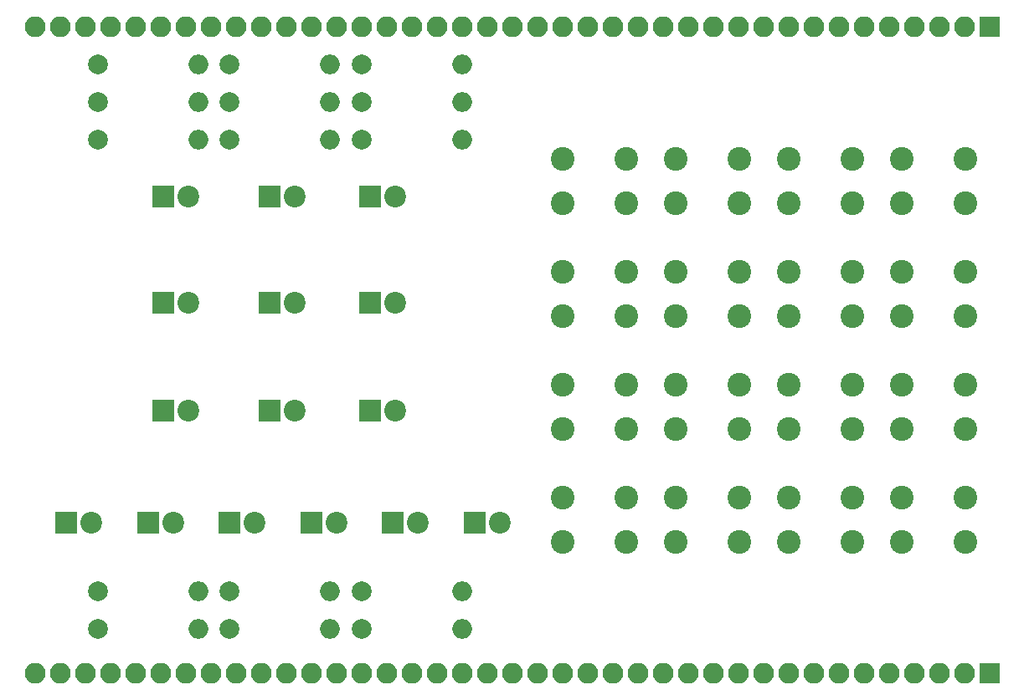
<source format=gbs>
G04 #@! TF.FileFunction,Soldermask,Bot*
%FSLAX46Y46*%
G04 Gerber Fmt 4.6, Leading zero omitted, Abs format (unit mm)*
G04 Created by KiCad (PCBNEW 4.0.7) date 02/09/20 21:40:42*
%MOMM*%
%LPD*%
G01*
G04 APERTURE LIST*
%ADD10C,0.100000*%
%ADD11R,2.200000X2.200000*%
%ADD12C,2.200000*%
%ADD13C,2.400000*%
%ADD14R,2.100000X2.100000*%
%ADD15O,2.100000X2.100000*%
%ADD16C,2.000000*%
%ADD17O,2.000000X2.000000*%
G04 APERTURE END LIST*
D10*
D11*
X114554000Y-97155000D03*
D12*
X117094000Y-97155000D03*
D11*
X125349000Y-97155000D03*
D12*
X127889000Y-97155000D03*
D11*
X135509000Y-97155000D03*
D12*
X138049000Y-97155000D03*
D11*
X114554000Y-107950000D03*
D12*
X117094000Y-107950000D03*
D11*
X125349000Y-107950000D03*
D12*
X127889000Y-107950000D03*
D11*
X135509000Y-107950000D03*
D12*
X138049000Y-107950000D03*
D11*
X114554000Y-118872000D03*
D12*
X117094000Y-118872000D03*
D11*
X125349000Y-118872000D03*
D12*
X127889000Y-118872000D03*
D11*
X135509000Y-118872000D03*
D12*
X138049000Y-118872000D03*
D11*
X104775000Y-130175000D03*
D12*
X107315000Y-130175000D03*
D11*
X113030000Y-130175000D03*
D12*
X115570000Y-130175000D03*
D11*
X121285000Y-130175000D03*
D12*
X123825000Y-130175000D03*
D11*
X129540000Y-130175000D03*
D12*
X132080000Y-130175000D03*
D11*
X137795000Y-130175000D03*
D12*
X140335000Y-130175000D03*
D11*
X146050000Y-130175000D03*
D12*
X148590000Y-130175000D03*
D13*
X154940000Y-132135000D03*
X154940000Y-127635000D03*
X161440000Y-132135000D03*
X161440000Y-127635000D03*
X166370000Y-132135000D03*
X166370000Y-127635000D03*
X172870000Y-132135000D03*
X172870000Y-127635000D03*
X177800000Y-132135000D03*
X177800000Y-127635000D03*
X184300000Y-132135000D03*
X184300000Y-127635000D03*
X189230000Y-132135000D03*
X189230000Y-127635000D03*
X195730000Y-132135000D03*
X195730000Y-127635000D03*
X154940000Y-120705000D03*
X154940000Y-116205000D03*
X161440000Y-120705000D03*
X161440000Y-116205000D03*
X166370000Y-120705000D03*
X166370000Y-116205000D03*
X172870000Y-120705000D03*
X172870000Y-116205000D03*
X177800000Y-120705000D03*
X177800000Y-116205000D03*
X184300000Y-120705000D03*
X184300000Y-116205000D03*
X189230000Y-120705000D03*
X189230000Y-116205000D03*
X195730000Y-120705000D03*
X195730000Y-116205000D03*
X154940000Y-109275000D03*
X154940000Y-104775000D03*
X161440000Y-109275000D03*
X161440000Y-104775000D03*
X166370000Y-109275000D03*
X166370000Y-104775000D03*
X172870000Y-109275000D03*
X172870000Y-104775000D03*
X177800000Y-109275000D03*
X177800000Y-104775000D03*
X184300000Y-109275000D03*
X184300000Y-104775000D03*
X189230000Y-109275000D03*
X189230000Y-104775000D03*
X195730000Y-109275000D03*
X195730000Y-104775000D03*
X154940000Y-97845000D03*
X154940000Y-93345000D03*
X161440000Y-97845000D03*
X161440000Y-93345000D03*
X166370000Y-97845000D03*
X166370000Y-93345000D03*
X172870000Y-97845000D03*
X172870000Y-93345000D03*
X177800000Y-97845000D03*
X177800000Y-93345000D03*
X184300000Y-97845000D03*
X184300000Y-93345000D03*
X189230000Y-97845000D03*
X189230000Y-93345000D03*
X195730000Y-97845000D03*
X195730000Y-93345000D03*
D14*
X198120000Y-80010000D03*
D15*
X195580000Y-80010000D03*
X193040000Y-80010000D03*
X190500000Y-80010000D03*
X187960000Y-80010000D03*
X185420000Y-80010000D03*
X182880000Y-80010000D03*
X180340000Y-80010000D03*
X177800000Y-80010000D03*
X175260000Y-80010000D03*
X172720000Y-80010000D03*
X170180000Y-80010000D03*
X167640000Y-80010000D03*
X165100000Y-80010000D03*
X162560000Y-80010000D03*
X160020000Y-80010000D03*
X157480000Y-80010000D03*
X154940000Y-80010000D03*
X152400000Y-80010000D03*
X149860000Y-80010000D03*
X147320000Y-80010000D03*
X144780000Y-80010000D03*
X142240000Y-80010000D03*
X139700000Y-80010000D03*
X137160000Y-80010000D03*
X134620000Y-80010000D03*
X132080000Y-80010000D03*
X129540000Y-80010000D03*
X127000000Y-80010000D03*
X124460000Y-80010000D03*
X121920000Y-80010000D03*
X119380000Y-80010000D03*
X116840000Y-80010000D03*
X114300000Y-80010000D03*
X111760000Y-80010000D03*
X109220000Y-80010000D03*
X106680000Y-80010000D03*
X104140000Y-80010000D03*
X101600000Y-80010000D03*
D14*
X198120000Y-145415000D03*
D15*
X195580000Y-145415000D03*
X193040000Y-145415000D03*
X190500000Y-145415000D03*
X187960000Y-145415000D03*
X185420000Y-145415000D03*
X182880000Y-145415000D03*
X180340000Y-145415000D03*
X177800000Y-145415000D03*
X175260000Y-145415000D03*
X172720000Y-145415000D03*
X170180000Y-145415000D03*
X167640000Y-145415000D03*
X165100000Y-145415000D03*
X162560000Y-145415000D03*
X160020000Y-145415000D03*
X157480000Y-145415000D03*
X154940000Y-145415000D03*
X152400000Y-145415000D03*
X149860000Y-145415000D03*
X147320000Y-145415000D03*
X144780000Y-145415000D03*
X142240000Y-145415000D03*
X139700000Y-145415000D03*
X137160000Y-145415000D03*
X134620000Y-145415000D03*
X132080000Y-145415000D03*
X129540000Y-145415000D03*
X127000000Y-145415000D03*
X124460000Y-145415000D03*
X121920000Y-145415000D03*
X119380000Y-145415000D03*
X116840000Y-145415000D03*
X114300000Y-145415000D03*
X111760000Y-145415000D03*
X109220000Y-145415000D03*
X106680000Y-145415000D03*
X104140000Y-145415000D03*
X101600000Y-145415000D03*
D16*
X107950000Y-83820000D03*
D17*
X118110000Y-83820000D03*
D16*
X107950000Y-87630000D03*
D17*
X118110000Y-87630000D03*
D16*
X107950000Y-91440000D03*
D17*
X118110000Y-91440000D03*
D16*
X121285000Y-83820000D03*
D17*
X131445000Y-83820000D03*
D16*
X121285000Y-87630000D03*
D17*
X131445000Y-87630000D03*
D16*
X121285000Y-91440000D03*
D17*
X131445000Y-91440000D03*
D16*
X134620000Y-83820000D03*
D17*
X144780000Y-83820000D03*
D16*
X134620000Y-87630000D03*
D17*
X144780000Y-87630000D03*
D16*
X134620000Y-91440000D03*
D17*
X144780000Y-91440000D03*
D16*
X107950000Y-137160000D03*
D17*
X118110000Y-137160000D03*
D16*
X107950000Y-140970000D03*
D17*
X118110000Y-140970000D03*
D16*
X121285000Y-137160000D03*
D17*
X131445000Y-137160000D03*
D16*
X121285000Y-140970000D03*
D17*
X131445000Y-140970000D03*
D16*
X134620000Y-137160000D03*
D17*
X144780000Y-137160000D03*
D16*
X134620000Y-140970000D03*
D17*
X144780000Y-140970000D03*
M02*

</source>
